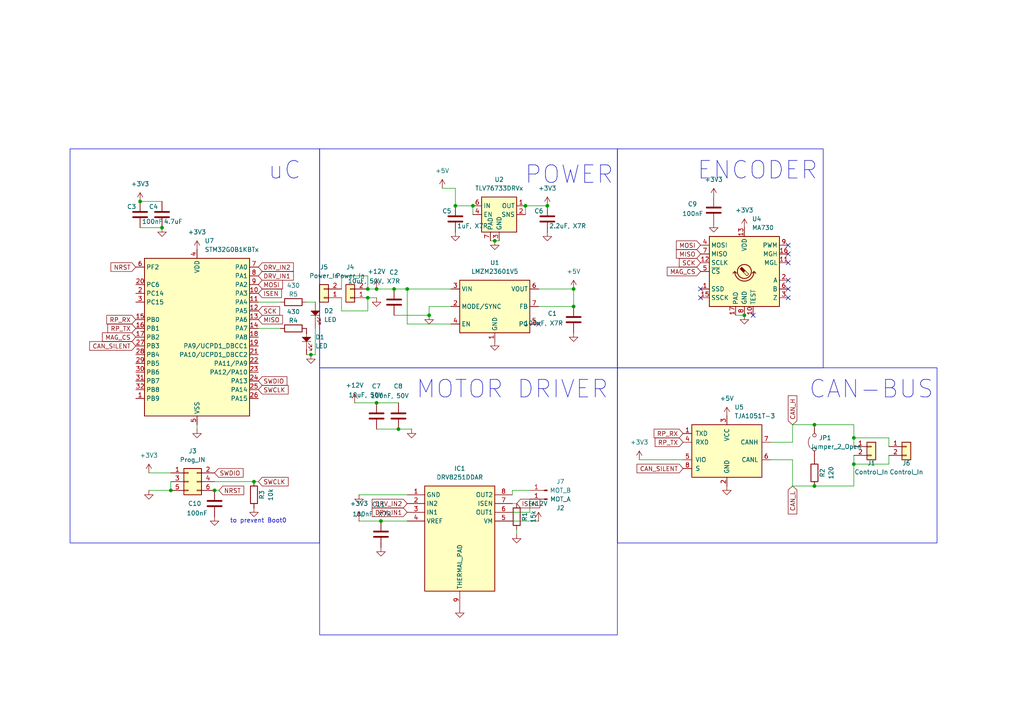
<source format=kicad_sch>
(kicad_sch (version 20231120) (generator "eeschema") (generator_version "8.0")
  (paper "A4")
  (lib_symbols
    (symbol "Connector:Conn_01x01_Pin" (pin_names (offset 1.016) hide)
      (property "Reference" "J" (at 0 2.54 0))
      (property "Value" "Conn_01x01_Pin" (at 0 -2.54 0))
      (symbol "Conn_01x01_Pin_1_1"
        (polyline (pts (xy 1.27 0) (xy 0.8636 0)) (stroke (width 0.1524)))
        (rectangle (start 0.8636 0.127) (end 0 -0.127) (stroke (width 0.1524)) (fill (type outline)))
        (pin passive line (at 5.08 0 180) (length 3.81) (name "Pin_1") (number "1"))
      )
    )
    (symbol "Connector_Generic:Conn_01x02" (pin_names (offset 1.016) hide)
      (property "Reference" "J" (at 0 2.54 0))
      (property "Value" "Conn_01x02" (at 0 -5.08 0))
      (symbol "Conn_01x02_1_1"
        (rectangle (start -1.27 -2.413) (end 0 -2.667) (stroke (width 0.1524)))
        (rectangle (start -1.27 0.127) (end 0 -0.127) (stroke (width 0.1524)))
        (rectangle (start -1.27 1.27) (end 1.27 -3.81) (stroke (width 0.254)) (fill (type background)))
        (pin passive line (at -5.08 0 0) (length 3.81) (name "Pin_1") (number "1"))
        (pin passive line (at -5.08 -2.54 0) (length 3.81) (name "Pin_2") (number "2"))
      )
    )
    (symbol "Connector_Generic:Conn_02x03_Odd_Even" (pin_names (offset 1.016) hide)
      (property "Reference" "J" (at 1.27 5.08 0))
      (property "Value" "Conn_02x03_Odd_Even" (at 1.27 -5.08 0))
      (symbol "Conn_02x03_Odd_Even_1_1"
        (rectangle (start -1.27 -2.413) (end 0 -2.667) (stroke (width 0.1524)))
        (rectangle (start -1.27 0.127) (end 0 -0.127) (stroke (width 0.1524)))
        (rectangle (start -1.27 2.667) (end 0 2.413) (stroke (width 0.1524)))
        (rectangle (start -1.27 3.81) (end 3.81 -3.81) (stroke (width 0.254)) (fill (type background)))
        (rectangle (start 3.81 -2.413) (end 2.54 -2.667) (stroke (width 0.1524)))
        (rectangle (start 3.81 0.127) (end 2.54 -0.127) (stroke (width 0.1524)))
        (rectangle (start 3.81 2.667) (end 2.54 2.413) (stroke (width 0.1524)))
        (pin passive line (at -5.08 2.54 0) (length 3.81) (name "Pin_1") (number "1"))
        (pin passive line (at 7.62 2.54 180) (length 3.81) (name "Pin_2") (number "2"))
        (pin passive line (at -5.08 0 0) (length 3.81) (name "Pin_3") (number "3"))
        (pin passive line (at 7.62 0 180) (length 3.81) (name "Pin_4") (number "4"))
        (pin passive line (at -5.08 -2.54 0) (length 3.81) (name "Pin_5") (number "5"))
        (pin passive line (at 7.62 -2.54 180) (length 3.81) (name "Pin_6") (number "6"))
      )
    )
    (symbol "Device:C" (pin_numbers hide) (pin_names (offset 0.254))
      (property "Reference" "C" (at 0.635 2.54 0))
      (property "Value" "C" (at 0.635 -2.54 0))
      (symbol "C_0_1"
        (polyline (pts (xy -2.032 -0.762) (xy 2.032 -0.762)) (stroke (width 0.508)))
        (polyline (pts (xy -2.032 0.762) (xy 2.032 0.762)) (stroke (width 0.508)))
      )
      (symbol "C_1_1"
        (pin passive line (at 0 3.81 270) (length 2.794) (name "~") (number "1"))
        (pin passive line (at 0 -3.81 90) (length 2.794) (name "~") (number "2"))
      )
    )
    (symbol "Device:R" (pin_numbers hide) (pin_names (offset 0))
      (property "Reference" "R" (at 2.032 0 90))
      (property "Value" "R" (at 0 0 90))
      (symbol "R_0_1"
        (rectangle (start -1.016 -2.54) (end 1.016 2.54) (stroke (width 0.254)))
      )
      (symbol "R_1_1"
        (pin passive line (at 0 3.81 270) (length 1.27) (name "~") (number "1"))
        (pin passive line (at 0 -3.81 90) (length 1.27) (name "~") (number "2"))
      )
    )
    (symbol "Interface_CAN_LIN:TJA1051T-3" (pin_names (offset 1.016))
      (property "Reference" "U" (at -10.16 8.89 0))
      (property "Value" "TJA1051T-3" (at 1.27 8.89 0))
      (symbol "TJA1051T-3_0_1"
        (rectangle (start -10.16 7.62) (end 10.16 -7.62) (stroke (width 0.254)) (fill (type background)))
      )
      (symbol "TJA1051T-3_1_1"
        (pin input line (at -12.7 5.08 0) (length 2.54) (name "TXD") (number "1"))
        (pin power_in line (at 0 -10.16 90) (length 2.54) (name "GND") (number "2"))
        (pin power_in line (at 0 10.16 270) (length 2.54) (name "VCC") (number "3"))
        (pin output line (at -12.7 2.54 0) (length 2.54) (name "RXD") (number "4"))
        (pin power_in line (at -12.7 -2.54 0) (length 2.54) (name "VIO") (number "5"))
        (pin bidirectional line (at 12.7 -2.54 180) (length 2.54) (name "CANL") (number "6"))
        (pin bidirectional line (at 12.7 2.54 180) (length 2.54) (name "CANH") (number "7"))
        (pin input line (at -12.7 -5.08 0) (length 2.54) (name "S") (number "8"))
      )
    )
    (symbol "Jumper:Jumper_2_Open" (pin_numbers hide) (pin_names (offset 0) hide) (exclude_from_sim yes)
      (property "Reference" "JP" (at 0 2.794 0))
      (property "Value" "Jumper_2_Open" (at 0 -2.286 0))
      (symbol "Jumper_2_Open_0_0"
        (circle (center -2.032 0) (radius 0.508))
        (circle (center 2.032 0) (radius 0.508))
      )
      (symbol "Jumper_2_Open_0_1"
        (arc (start 1.524 1.27) (mid 0 1.778) (end -1.524 1.27))
      )
      (symbol "Jumper_2_Open_1_1"
        (pin passive line (at -5.08 0 0) (length 2.54) (name "A") (number "1"))
        (pin passive line (at 5.08 0 180) (length 2.54) (name "B") (number "2"))
      )
    )
    (symbol "MCU_ST_STM32G0:STM32G0B1KBTx"
      (property "Reference" "U" (at -15.24 24.13 0))
      (property "Value" "STM32G0B1KBTx" (at 2.54 24.13 0))
      (symbol "STM32G0B1KBTx_0_1"
        (rectangle (start -15.24 -22.86) (end 15.24 22.86) (stroke (width 0.254)) (fill (type background)))
      )
      (symbol "STM32G0B1KBTx_1_1"
        (pin bidirectional line (at -17.78 -17.78 0) (length 2.54) (name "PB9") (number "1"))
        (pin bidirectional line (at 17.78 12.7 180) (length 2.54) (name "PA3") (number "10"))
        (pin bidirectional line (at 17.78 10.16 180) (length 2.54) (name "PA4") (number "11"))
        (pin bidirectional line (at 17.78 7.62 180) (length 2.54) (name "PA5") (number "12"))
        (pin bidirectional line (at 17.78 5.08 180) (length 2.54) (name "PA6") (number "13"))
        (pin bidirectional line (at 17.78 2.54 180) (length 2.54) (name "PA7") (number "14"))
        (pin bidirectional line (at -17.78 5.08 0) (length 2.54) (name "PB0") (number "15"))
        (pin bidirectional line (at -17.78 2.54 0) (length 2.54) (name "PB1") (number "16"))
        (pin bidirectional line (at -17.78 0 0) (length 2.54) (name "PB2") (number "17"))
        (pin bidirectional line (at 17.78 0 180) (length 2.54) (name "PA8") (number "18"))
        (pin bidirectional line (at 17.78 -2.54 180) (length 2.54) (name "PA9/UCPD1_DBCC1") (number "19"))
        (pin bidirectional line (at -17.78 12.7 0) (length 2.54) (name "PC14") (number "2"))
        (pin bidirectional line (at -17.78 15.24 0) (length 2.54) (name "PC6") (number "20"))
        (pin bidirectional line (at 17.78 -5.08 180) (length 2.54) (name "PA10/UCPD1_DBCC2") (number "21"))
        (pin bidirectional line (at 17.78 -7.62 180) (length 2.54) (name "PA11/PA9") (number "22"))
        (pin bidirectional line (at 17.78 -10.16 180) (length 2.54) (name "PA12/PA10") (number "23"))
        (pin bidirectional line (at 17.78 -12.7 180) (length 2.54) (name "PA13") (number "24"))
        (pin bidirectional line (at 17.78 -15.24 180) (length 2.54) (name "PA14") (number "25"))
        (pin bidirectional line (at 17.78 -17.78 180) (length 2.54) (name "PA15") (number "26"))
        (pin bidirectional line (at -17.78 -2.54 0) (length 2.54) (name "PB3") (number "27"))
        (pin bidirectional line (at -17.78 -5.08 0) (length 2.54) (name "PB4") (number "28"))
        (pin bidirectional line (at -17.78 -7.62 0) (length 2.54) (name "PB5") (number "29"))
        (pin bidirectional line (at -17.78 10.16 0) (length 2.54) (name "PC15") (number "3"))
        (pin bidirectional line (at -17.78 -10.16 0) (length 2.54) (name "PB6") (number "30"))
        (pin bidirectional line (at -17.78 -12.7 0) (length 2.54) (name "PB7") (number "31"))
        (pin bidirectional line (at -17.78 -15.24 0) (length 2.54) (name "PB8") (number "32"))
        (pin power_in line (at 0 25.4 270) (length 2.54) (name "VDD") (number "4"))
        (pin power_in line (at 0 -25.4 90) (length 2.54) (name "VSS") (number "5"))
        (pin bidirectional line (at -17.78 20.32 0) (length 2.54) (name "PF2") (number "6"))
        (pin bidirectional line (at 17.78 20.32 180) (length 2.54) (name "PA0") (number "7"))
        (pin bidirectional line (at 17.78 17.78 180) (length 2.54) (name "PA1") (number "8"))
        (pin bidirectional line (at 17.78 15.24 180) (length 2.54) (name "PA2") (number "9"))
      )
    )
    (symbol "PCM_SL_Devices:LED"
      (property "Reference" "D" (at -0.508 5.334 0))
      (property "Value" "LED" (at -0.508 2.794 0))
      (symbol "LED_0_1"
        (polyline (pts (xy -1.27 0) (xy -2.54 0)))
        (polyline (pts (xy 0 1.27) (xy 0 -1.27)))
        (polyline (pts (xy 0.508 0.508) (xy 1.524 1.524)))
        (polyline (pts (xy 1.27 0) (xy 2.54 0)))
        (polyline (pts (xy 1.524 0.508) (xy 2.54 1.524)))
        (polyline (pts (xy 1.524 1.524) (xy 0.889 1.524)))
        (polyline (pts (xy 1.524 1.524) (xy 1.524 0.889)))
        (polyline (pts (xy 2.54 1.524) (xy 1.905 1.524)))
        (polyline (pts (xy 2.54 1.524) (xy 2.54 0.889)))
        (polyline (pts (xy 0 0) (xy -1.27 -1.27) (xy -1.27 1.27) (xy 0 0) (xy 1.27 0)) (fill (type outline)))
      )
      (symbol "LED_1_1"
        (pin passive line (at 3.81 0 180) (length 1.5) (name "~") (number "1"))
        (pin passive line (at -3.81 0 0) (length 1.5) (name "") (number "2"))
      )
    )
    (symbol "Regulator_Linear:TLV76733DRVx"
      (property "Reference" "U" (at 0 8.89 0))
      (property "Value" "TLV76733DRVx" (at 0 6.35 0))
      (symbol "TLV76733DRVx_0_1"
        (rectangle (start -5.08 -5.08) (end 5.08 5.08) (stroke (width 0.254)) (fill (type background)))
      )
      (symbol "TLV76733DRVx_1_1"
        (pin power_out line (at 7.62 2.54 180) (length 2.54) (name "OUT") (number "1"))
        (pin input line (at 7.62 0 180) (length 2.54) (name "SNS") (number "2"))
        (pin power_in line (at 0 -7.62 90) (length 2.54) (name "GND") (number "3"))
        (pin input line (at -7.62 0 0) (length 2.54) (name "EN") (number "4"))
        (pin passive line (at 0 -7.62 90) (length 2.54) hide (name "GND") (number "5"))
        (pin power_in line (at -7.62 2.54 0) (length 2.54) (name "IN") (number "6"))
        (pin passive line (at -2.54 -7.62 90) (length 2.54) (name "PAD") (number "7"))
      )
    )
    (symbol "Regulator_Switching:LMZM23601V5"
      (property "Reference" "U" (at -8.89 8.89 0))
      (property "Value" "LMZM23601V5" (at 6.35 8.89 0))
      (symbol "LMZM23601V5_0_1"
        (rectangle (start -10.16 7.62) (end 10.16 -7.62) (stroke (width 0.254)) (fill (type background)))
      )
      (symbol "LMZM23601V5_1_1"
        (pin power_in line (at 0 -10.16 90) (length 2.54) (name "GND") (number "1"))
        (pin no_connect line (at -2.54 -7.62 90) (length 2.54) hide (name "~") (number "10"))
        (pin passive line (at 0 -10.16 90) (length 2.54) hide (name "GND") (number "11"))
        (pin input line (at -12.7 0 0) (length 2.54) (name "MODE/SYNC") (number "2"))
        (pin power_in line (at -12.7 5.08 0) (length 2.54) (name "VIN") (number "3"))
        (pin input line (at -12.7 -5.08 0) (length 2.54) (name "EN") (number "4"))
        (pin open_collector line (at 12.7 -5.08 180) (length 2.54) (name "PG") (number "5"))
        (pin power_out line (at 12.7 5.08 180) (length 2.54) (name "VOUT") (number "6"))
        (pin input line (at 12.7 0 180) (length 2.54) (name "FB") (number "7"))
        (pin no_connect line (at 5.08 -7.62 90) (length 2.54) hide (name "~") (number "8"))
        (pin no_connect line (at 2.54 -7.62 90) (length 2.54) hide (name "~") (number "9"))
      )
    )
    (symbol "Sensor_Magnetic:MA730"
      (property "Reference" "U" (at -10.16 11.43 0))
      (property "Value" "MA730" (at 10.16 11.43 0))
      (symbol "MA730_0_1"
        (rectangle (start -10.16 10.16) (end 10.16 -10.16) (stroke (width 0.254)) (fill (type background)))
        (arc (start -2.794 0) (mid 0 -2.7819) (end 2.794 0) (stroke (width 0.254)))
        (polyline (pts (xy -2.794 0) (xy -3.302 -0.508)) (stroke (width 0.254)))
        (polyline (pts (xy -2.794 0) (xy -2.286 -0.508)) (stroke (width 0.254)))
        (polyline (pts (xy 2.794 0) (xy 2.286 -0.508)) (stroke (width 0.254)))
        (polyline (pts (xy 2.794 0) (xy 3.302 -0.508)) (stroke (width 0.254)))
      )
      (symbol "MA730_1_1"
        (polyline (pts (xy 0.254 0.254) (xy 1.27 -0.762) (xy 0.762 -1.27) (xy -0.254 -0.254)))
        (polyline (pts (xy -0.762 1.27) (xy 0.254 0.254) (xy -0.254 -0.254) (xy -1.27 0.762) (xy -1.016 1.016) (xy -0.762 1.27) (xy -0.635 1.143)) (fill (type outline)))
        (circle (center 0 0) (radius 2.032) (stroke (width 0.254)))
        (pin output line (at -12.7 -5.08 0) (length 2.54) (name "SSD") (number "1"))
        (pin passive line (at 2.54 -12.7 90) (length 2.54) (name "TEST") (number "10"))
        (pin output line (at 12.7 2.54 180) (length 2.54) (name "MGL") (number "11"))
        (pin input line (at -12.7 2.54 0) (length 2.54) (name "SCLK") (number "12"))
        (pin power_in line (at 0 12.7 270) (length 2.54) (name "VDD") (number "13"))
        (pin no_connect line (at 5.08 -10.16 90) (length 2.54) hide (name "NC") (number "14"))
        (pin input line (at -12.7 -7.62 0) (length 2.54) (name "SSCK") (number "15"))
        (pin output line (at 12.7 5.08 180) (length 2.54) (name "MGH") (number "16"))
        (pin input line (at -2.54 -12.7 90) (length 2.54) (name "PAD") (number "17"))
        (pin output line (at 12.7 -2.54 180) (length 2.54) (name "A") (number "2"))
        (pin output line (at 12.7 -7.62 180) (length 2.54) (name "Z") (number "3"))
        (pin input line (at -12.7 7.62 0) (length 2.54) (name "MOSI") (number "4"))
        (pin input line (at -12.7 0 0) (length 2.54) (name "~{CS}") (number "5"))
        (pin output line (at 12.7 -5.08 180) (length 2.54) (name "B") (number "6"))
        (pin output line (at -12.7 5.08 0) (length 2.54) (name "MISO") (number "7"))
        (pin power_in line (at 0 -12.7 90) (length 2.54) (name "GND") (number "8"))
        (pin output line (at 12.7 7.62 180) (length 2.54) (name "PWM") (number "9"))
      )
    )
    (symbol "_Custom:DRV8251DDAR"
      (property "Reference" "IC" (at 26.67 7.62 0))
      (property "Value" "DRV8251DDAR" (at 26.67 5.08 0))
      (symbol "DRV8251DDAR_1_1"
        (rectangle (start 5.08 2.54) (end 25.4 -27.94) (stroke (width 0.254)) (fill (type background)))
        (pin passive line (at 0 0 0) (length 5.08) (name "GND") (number "1"))
        (pin passive line (at 0 -2.54 0) (length 5.08) (name "IN2") (number "2"))
        (pin passive line (at 0 -5.08 0) (length 5.08) (name "IN1") (number "3"))
        (pin passive line (at 0 -7.62 0) (length 5.08) (name "VREF") (number "4"))
        (pin passive line (at 30.48 -7.62 180) (length 5.08) (name "VM") (number "5"))
        (pin passive line (at 30.48 -5.08 180) (length 5.08) (name "OUT1") (number "6"))
        (pin passive line (at 30.48 -2.54 180) (length 5.08) (name "ISEN") (number "7"))
        (pin passive line (at 30.48 0 180) (length 5.08) (name "OUT2") (number "8"))
        (pin passive line (at 15.24 -33.02 90) (length 5.08) (name "THERMAL_PAD") (number "9"))
      )
    )
    (symbol "power:+12V" (power) (pin_numbers hide) (pin_names (offset 0) hide)
      (property "Value" "+12V" (at 0 3.556 0))
      (symbol "+12V_0_1"
        (polyline (pts (xy -0.762 1.27) (xy 0 2.54)))
        (polyline (pts (xy 0 0) (xy 0 2.54)))
        (polyline (pts (xy 0 2.54) (xy 0.762 1.27)))
      )
      (symbol "+12V_1_1"
        (pin power_in line (at 0 0 90) (length 0) (name "~") (number "1"))
      )
    )
    (symbol "power:+3V3" (power) (pin_numbers hide) (pin_names (offset 0) hide)
      (property "Value" "+3V3" (at 0 3.556 0))
      (symbol "+3V3_0_1"
        (polyline (pts (xy -0.762 1.27) (xy 0 2.54)))
        (polyline (pts (xy 0 0) (xy 0 2.54)))
        (polyline (pts (xy 0 2.54) (xy 0.762 1.27)))
      )
      (symbol "+3V3_1_1"
        (pin power_in line (at 0 0 90) (length 0) (name "~") (number "1"))
      )
    )
    (symbol "power:+5V" (power) (pin_numbers hide) (pin_names (offset 0) hide)
      (property "Value" "+5V" (at 0 3.556 0))
      (symbol "+5V_0_1"
        (polyline (pts (xy -0.762 1.27) (xy 0 2.54)))
        (polyline (pts (xy 0 0) (xy 0 2.54)))
        (polyline (pts (xy 0 2.54) (xy 0.762 1.27)))
      )
      (symbol "+5V_1_1"
        (pin power_in line (at 0 0 90) (length 0) (name "~") (number "1"))
      )
    )
    (symbol "power:GND" (power) (pin_numbers hide) (pin_names (offset 0) hide)
      (property "Value" "GND" (at 0 -3.81 0))
      (symbol "GND_0_1"
        (polyline (pts (xy 0 0) (xy 0 -1.27) (xy 1.27 -1.27) (xy 0 -2.54) (xy -1.27 -1.27) (xy 0 -1.27)))
      )
      (symbol "GND_1_1"
        (pin power_in line (at 0 0 270) (length 0) (name "~") (number "1"))
      )
    )
  )
  (junction (at 215.9 91.44))
  (junction (at 109.22 116.84))
  (junction (at 114.3 83.82))
  (junction (at 115.57 124.46))
  (junction (at 62.23 142.24))
  (junction (at 143.51 69.85))
  (junction (at 109.22 83.82))
  (junction (at 152.4 59.69))
  (junction (at 106.68 83.82))
  (junction (at 137.16 59.69))
  (junction (at 73.66 139.7))
  (junction (at 236.22 140.97))
  (junction (at 247.65 127))
  (junction (at 247.65 134.62))
  (junction (at 46.99 66.04))
  (junction (at 106.68 86.36))
  (junction (at 110.49 151.13))
  (junction (at 236.22 123.19))
  (junction (at 132.08 59.69))
  (junction (at 124.46 91.44))
  (junction (at 166.37 88.9))
  (junction (at 118.11 83.82))
  (junction (at 90.17 102.87))
  (junction (at 49.53 142.24))
  (junction (at 166.37 83.82))
  (junction (at 40.64 58.42))
  (junction (at 158.75 59.69))
  (no_connect (at 156.21 93.98))
  (no_connect (at 203.2 86.36))
  (no_connect (at 228.6 81.28))
  (no_connect (at 228.6 71.12))
  (no_connect (at 203.2 83.82))
  (no_connect (at 228.6 73.66))
  (no_connect (at 228.6 86.36))
  (no_connect (at 228.6 83.82))
  (no_connect (at 218.44 91.44))
  (no_connect (at 228.6 76.2))
  (wire (pts (xy 152.4 59.69) (xy 152.4 62.23)))
  (wire (pts (xy 106.68 83.82) (xy 109.22 83.82)))
  (wire (pts (xy 143.51 69.85) (xy 142.24 69.85)))
  (wire (pts (xy 57.15 123.19) (xy 57.15 124.46)))
  (wire (pts (xy 257.81 132.08) (xy 257.81 134.62)))
  (wire (pts (xy 223.52 128.27) (xy 229.87 128.27)))
  (wire (pts (xy 132.08 54.61) (xy 132.08 59.69)))
  (wire (pts (xy 137.16 59.69) (xy 137.16 62.23)))
  (wire (pts (xy 247.65 134.62) (xy 247.65 132.08)))
  (wire (pts (xy 247.65 123.19) (xy 247.65 127)))
  (wire (pts (xy 99.06 86.36) (xy 99.06 90.17)))
  (wire (pts (xy 114.3 83.82) (xy 118.11 83.82)))
  (wire (pts (xy 144.78 69.85) (xy 143.51 69.85)))
  (wire (pts (xy 153.67 148.59) (xy 153.67 144.78)))
  (wire (pts (xy 148.59 142.24) (xy 148.59 143.51)))
  (wire (pts (xy 88.9 87.63) (xy 91.44 87.63)))
  (wire (pts (xy 102.87 116.84) (xy 109.22 116.84)))
  (wire (pts (xy 236.22 123.19) (xy 229.87 123.19)))
  (wire (pts (xy 236.22 140.97) (xy 229.87 140.97)))
  (wire (pts (xy 104.14 151.13) (xy 110.49 151.13)))
  (wire (pts (xy 124.46 88.9) (xy 130.81 88.9)))
  (wire (pts (xy 247.65 127) (xy 247.65 129.54)))
  (wire (pts (xy 49.53 142.24) (xy 49.53 139.7)))
  (wire (pts (xy 118.11 93.98) (xy 130.81 93.98)))
  (wire (pts (xy 40.64 66.04) (xy 46.99 66.04)))
  (wire (pts (xy 166.37 83.82) (xy 156.21 83.82)))
  (wire (pts (xy 149.86 146.05) (xy 148.59 146.05)))
  (wire (pts (xy 257.81 129.54) (xy 257.81 127)))
  (wire (pts (xy 91.44 95.25) (xy 91.44 102.87)))
  (wire (pts (xy 153.67 142.24) (xy 148.59 142.24)))
  (wire (pts (xy 43.18 137.16) (xy 49.53 137.16)))
  (wire (pts (xy 156.21 88.9) (xy 166.37 88.9)))
  (wire (pts (xy 137.16 59.69) (xy 132.08 59.69)))
  (wire (pts (xy 63.5 142.24) (xy 62.23 142.24)))
  (wire (pts (xy 73.66 139.7) (xy 62.23 139.7)))
  (wire (pts (xy 110.49 151.13) (xy 118.11 151.13)))
  (wire (pts (xy 149.86 153.67) (xy 149.86 154.94)))
  (wire (pts (xy 106.68 86.36) (xy 109.22 86.36)))
  (wire (pts (xy 247.65 134.62) (xy 257.81 134.62)))
  (wire (pts (xy 247.65 140.97) (xy 247.65 134.62)))
  (wire (pts (xy 88.9 102.87) (xy 90.17 102.87)))
  (wire (pts (xy 106.68 80.01) (xy 106.68 83.82)))
  (wire (pts (xy 109.22 83.82) (xy 114.3 83.82)))
  (wire (pts (xy 128.27 54.61) (xy 132.08 54.61)))
  (wire (pts (xy 99.06 90.17) (xy 106.68 90.17)))
  (wire (pts (xy 223.52 133.35) (xy 229.87 133.35)))
  (wire (pts (xy 81.28 95.25) (xy 74.93 95.25)))
  (wire (pts (xy 185.42 133.35) (xy 198.12 133.35)))
  (wire (pts (xy 152.4 59.69) (xy 158.75 59.69)))
  (wire (pts (xy 236.22 123.19) (xy 247.65 123.19)))
  (wire (pts (xy 114.3 91.44) (xy 124.46 91.44)))
  (wire (pts (xy 106.68 90.17) (xy 106.68 86.36)))
  (wire (pts (xy 247.65 127) (xy 257.81 127)))
  (wire (pts (xy 124.46 91.44) (xy 124.46 88.9)))
  (wire (pts (xy 40.64 58.42) (xy 46.99 58.42)))
  (wire (pts (xy 81.28 87.63) (xy 74.93 87.63)))
  (wire (pts (xy 115.57 116.84) (xy 109.22 116.84)))
  (wire (pts (xy 166.37 88.9) (xy 166.37 83.82)))
  (wire (pts (xy 229.87 133.35) (xy 229.87 140.97)))
  (wire (pts (xy 119.38 124.46) (xy 115.57 124.46)))
  (wire (pts (xy 74.93 139.7) (xy 73.66 139.7)))
  (wire (pts (xy 118.11 83.82) (xy 118.11 93.98)))
  (wire (pts (xy 148.59 148.59) (xy 153.67 148.59)))
  (wire (pts (xy 104.14 143.51) (xy 118.11 143.51)))
  (wire (pts (xy 213.36 91.44) (xy 215.9 91.44)))
  (wire (pts (xy 91.44 102.87) (xy 90.17 102.87)))
  (wire (pts (xy 229.87 128.27) (xy 229.87 123.19)))
  (wire (pts (xy 118.11 83.82) (xy 130.81 83.82)))
  (wire (pts (xy 156.21 151.13) (xy 148.59 151.13)))
  (wire (pts (xy 236.22 140.97) (xy 247.65 140.97)))
  (wire (pts (xy 99.06 83.82) (xy 99.06 80.01)))
  (wire (pts (xy 115.57 124.46) (xy 109.22 124.46)))
  (wire (pts (xy 99.06 80.01) (xy 106.68 80.01)))
  (wire (pts (xy 43.18 142.24) (xy 49.53 142.24)))
  (rectangle (start 92.71 43.18) (end 179.07 106.68))
  (rectangle (start 179.07 43.18) (end 238.76 106.68))
  (rectangle (start 92.71 106.68) (end 179.07 184.15))
  (rectangle (start 20.32 43.18) (end 92.71 157.48))
  (rectangle (start 179.07 106.68) (end 271.78 157.48))
  (text "CAN-BUS" (at 252.73 113.03 0) (effects (font (size 5.08 5.08))))
  (text "to prevent Boot0" (at 74.93 151.13 0) (effects (font (size 1.27 1.27))))
  (text "POWER" (at 165.1 50.8 0) (effects (font (size 5.08 5.08))))
  (text "uC" (at 82.55 49.53 0) (effects (font (size 5.08 5.08))))
  (text "ENCODER" (at 219.71 49.53 0) (effects (font (size 5.08 5.08))))
  (text "MOTOR DRIVER\n" (at 148.59 113.03 0) (effects (font (size 5.08 5.08))))
  (global_label "DRV_IN1" (shape input) (at 118.11 148.59 180) (property "Intersheetrefs" "${INTERSHEET_REFS}" (effects (hide yes))))
  (global_label "MISO" (shape input) (at 203.2 73.66 180) (property "Intersheetrefs" "${INTERSHEET_REFS}" (effects (hide yes))))
  (global_label "CAN_SILENT" (shape input) (at 198.12 135.89 180) (property "Intersheetrefs" "${INTERSHEET_REFS}" (effects (hide yes))))
  (global_label "SWDIO" (shape input) (at 74.93 110.49 0) (property "Intersheetrefs" "${INTERSHEET_REFS}" (effects (hide yes))))
  (global_label "MAG_CS" (shape input) (at 39.37 97.79 180) (property "Intersheetrefs" "${INTERSHEET_REFS}" (effects (hide yes))))
  (global_label "DRV_IN2" (shape input) (at 118.11 146.05 180) (property "Intersheetrefs" "${INTERSHEET_REFS}" (effects (hide yes))))
  (global_label "MAG_CS" (shape input) (at 203.2 78.74 180) (property "Intersheetrefs" "${INTERSHEET_REFS}" (effects (hide yes))))
  (global_label "ISEN" (shape input) (at 149.86 146.05 0) (property "Intersheetrefs" "${INTERSHEET_REFS}" (effects (hide yes))))
  (global_label "SCK" (shape input) (at 203.2 76.2 180) (property "Intersheetrefs" "${INTERSHEET_REFS}" (effects (hide yes))))
  (global_label "RP_RX" (shape input) (at 198.12 125.73 180) (property "Intersheetrefs" "${INTERSHEET_REFS}" (effects (hide yes))))
  (global_label "DRV_IN1" (shape input) (at 74.93 80.01 0) (property "Intersheetrefs" "${INTERSHEET_REFS}" (effects (hide yes))))
  (global_label "SWCLK" (shape input) (at 74.93 113.03 0) (property "Intersheetrefs" "${INTERSHEET_REFS}" (effects (hide yes))))
  (global_label "DRV_IN2" (shape input) (at 74.93 77.47 0) (property "Intersheetrefs" "${INTERSHEET_REFS}" (effects (hide yes))))
  (global_label "RP_RX" (shape input) (at 39.37 92.71 180) (property "Intersheetrefs" "${INTERSHEET_REFS}" (effects (hide yes))))
  (global_label "CAN_H" (shape input) (at 229.87 123.19 90) (property "Intersheetrefs" "${INTERSHEET_REFS}" (effects (hide yes))))
  (global_label "MISO" (shape input) (at 74.93 92.71 0) (property "Intersheetrefs" "${INTERSHEET_REFS}" (effects (hide yes))))
  (global_label "RP_TX" (shape input) (at 39.37 95.25 180) (property "Intersheetrefs" "${INTERSHEET_REFS}" (effects (hide yes))))
  (global_label "SWCLK" (shape input) (at 74.93 139.7 0) (property "Intersheetrefs" "${INTERSHEET_REFS}" (effects (hide yes))))
  (global_label "CAN_SILENT" (shape input) (at 39.37 100.33 180) (property "Intersheetrefs" "${INTERSHEET_REFS}" (effects (hide yes))))
  (global_label "SCK" (shape input) (at 74.93 90.17 0) (property "Intersheetrefs" "${INTERSHEET_REFS}" (effects (hide yes))))
  (global_label "ISEN" (shape input) (at 74.93 85.09 0) (property "Intersheetrefs" "${INTERSHEET_REFS}" (effects (hide yes))))
  (global_label "MOSI" (shape input) (at 203.2 71.12 180) (property "Intersheetrefs" "${INTERSHEET_REFS}" (effects (hide yes))))
  (global_label "CAN_L" (shape input) (at 229.87 140.97 270) (property "Intersheetrefs" "${INTERSHEET_REFS}" (effects (hide yes))))
  (global_label "MOSI" (shape input) (at 74.93 82.55 0) (property "Intersheetrefs" "${INTERSHEET_REFS}" (effects (hide yes))))
  (global_label "SWDIO" (shape input) (at 62.23 137.16 0) (property "Intersheetrefs" "${INTERSHEET_REFS}" (effects (hide yes))))
  (global_label "NRST" (shape input) (at 63.5 142.24 0) (property "Intersheetrefs" "${INTERSHEET_REFS}" (effects (hide yes))))
  (global_label "RP_TX" (shape input) (at 198.12 128.27 180) (property "Intersheetrefs" "${INTERSHEET_REFS}" (effects (hide yes))))
  (global_label "NRST" (shape input) (at 39.37 77.47 180) (property "Intersheetrefs" "${INTERSHEET_REFS}" (effects (hide yes))))
  (symbol (lib_id "power:+3V3") (at 40.64 58.42 0) (unit 1)
    (property "Reference" "#PWR03" (effects (hide yes)))
    (property "Value" "+3V3" (at 40.64 53.34 0))
    (property "Description" "Power symbol creates a global label with name \"+3V3\"" (effects (hide yes)))
  )
  (symbol (lib_id "power:GND") (at 119.38 124.46 0) (unit 1)
    (property "Reference" "#PWR016" (effects (hide yes)))
    (property "Value" "GND" (effects (hide yes)))
    (property "Description" "Power symbol creates a global label with name \"GND\" , ground" (effects (hide yes)))
  )
  (symbol (lib_id "power:+5V") (at 166.37 83.82 0) (unit 1)
    (property "Reference" "#PWR02" (effects (hide yes)))
    (property "Value" "+5V" (at 166.37 78.74 0))
    (property "Description" "Power symbol creates a global label with name \"+5V\"" (effects (hide yes)))
  )
  (symbol (lib_id "power:GND") (at 132.08 67.31 0) (unit 1)
    (property "Reference" "#PWR09" (effects (hide yes)))
    (property "Value" "GND" (effects (hide yes)))
    (property "Description" "Power symbol creates a global label with name \"GND\" , ground" (effects (hide yes)))
  )
  (symbol (lib_id "Device:C") (at 110.49 154.94 180) (unit 1)
    (property "Reference" "C11" (at 111.76 146.304 0) (effects (justify left)))
    (property "Value" "100nF, X7R" (at 113.538 149.098 0) (effects (justify left)))
    (property "Footprint" "Capacitor_SMD:C_0603_1608Metric" (effects (hide yes)))
    (property "Description" "Unpolarized capacitor" (effects (hide yes)))
  )
  (symbol (lib_id "Device:C") (at 46.99 62.23 0) (unit 1)
    (property "Reference" "C4" (at 43.18 59.944 0) (effects (justify left)))
    (property "Value" "4.7uF" (at 47.498 64.262 0) (effects (justify left)))
    (property "Footprint" "Capacitor_SMD:C_0402_1005Metric" (effects (hide yes)))
    (property "Description" "Unpolarized capacitor" (effects (hide yes)))
  )
  (symbol (lib_id "power:+5V") (at 128.27 54.61 0) (unit 1)
    (property "Reference" "#PWR026" (effects (hide yes)))
    (property "Value" "+5V" (at 128.27 49.53 0))
    (property "Description" "Power symbol creates a global label with name \"+5V\"" (effects (hide yes)))
  )
  (symbol (lib_id "Connector_Generic:Conn_02x03_Odd_Even") (at 54.61 139.7 0) (unit 1)
    (property "Reference" "J3" (at 55.88 130.81 0))
    (property "Value" "Prog_IN" (at 55.88 133.35 0))
    (property "Footprint" "Connector_PinHeader_1.27mm:PinHeader_2x03_P1.27mm_Vertical" (effects (hide yes)))
    (property "Description" "Generic connector, double row, 02x03, odd/even pin numbering scheme (row 1 odd numbers, row 2 even numbers), script generated (kicad-library-utils/schlib/autogen/connector/)" (effects (hide yes)))
  )
  (symbol (lib_id "power:GND") (at 110.49 158.75 0) (unit 1)
    (property "Reference" "#PWR034" (effects (hide yes)))
    (property "Value" "GND" (effects (hide yes)))
    (property "Description" "Power symbol creates a global label with name \"GND\" , ground" (effects (hide yes)))
  )
  (symbol (lib_id "power:+3V3") (at 43.18 137.16 0) (unit 1)
    (property "Reference" "#PWR025" (effects (hide yes)))
    (property "Value" "+3V3" (at 43.18 132.08 0))
    (property "Description" "Power symbol creates a global label with name \"+3V3\"" (effects (hide yes)))
  )
  (symbol (lib_id "power:+3V3") (at 158.75 59.69 0) (unit 1)
    (property "Reference" "#PWR011" (effects (hide yes)))
    (property "Value" "+3V3" (at 158.75 54.61 0))
    (property "Description" "Power symbol creates a global label with name \"+3V3\"" (effects (hide yes)))
  )
  (symbol (lib_id "Device:R") (at 236.22 137.16 0) (mirror y) (unit 1)
    (property "Reference" "R2" (at 238.506 137.16 90))
    (property "Value" "120" (at 241.046 137.16 90))
    (property "Footprint" "Capacitor_SMD:C_0402_1005Metric" (effects (hide yes)))
    (property "Description" "Resistor" (effects (hide yes)))
  )
  (symbol (lib_id "Connector:Conn_01x01_Pin") (at 158.75 144.78 180) (unit 1)
    (property "Reference" "J2" (at 162.56 147.32 0))
    (property "Value" "MOT_A" (at 162.56 144.78 0))
    (property "Footprint" "Connector_Wire:SolderWire-1sqmm_1x01_D1.4mm_OD2.7mm" (effects (hide yes)))
    (property "Description" "Generic connector, single row, 01x01, script generated" (effects (hide yes)))
  )
  (symbol (lib_id "power:+3V3") (at 57.15 72.39 0) (unit 1)
    (property "Reference" "#PWR031" (effects (hide yes)))
    (property "Value" "+3V3" (at 57.15 67.31 0))
    (property "Description" "Power symbol creates a global label with name \"+3V3\"" (effects (hide yes)))
  )
  (symbol (lib_id "Connector_Generic:Conn_01x02") (at 262.89 129.54 0) (unit 1)
    (property "Reference" "J6" (at 262.89 134.366 0))
    (property "Value" "Control_In" (at 262.89 136.906 0))
    (property "Footprint" "Connector_JST:JST_XH_B2B-XH-A_1x02_P2.50mm_Vertical" (effects (hide yes)))
    (property "Description" "Generic connector, single row, 01x02, script generated (kicad-library-utils/schlib/autogen/connector/)" (effects (hide yes)))
  )
  (symbol (lib_id "power:GND") (at 46.99 66.04 0) (unit 1)
    (property "Reference" "#PWR04" (effects (hide yes)))
    (property "Value" "GND" (effects (hide yes)))
    (property "Description" "Power symbol creates a global label with name \"GND\" , ground" (effects (hide yes)))
  )
  (symbol (lib_id "power:GND") (at 109.22 86.36 0) (unit 1)
    (property "Reference" "#PWR07" (effects (hide yes)))
    (property "Value" "GND" (effects (hide yes)))
    (property "Description" "Power symbol creates a global label with name \"GND\" , ground" (effects (hide yes)))
  )
  (symbol (lib_id "power:GND") (at 73.66 147.32 0) (unit 1)
    (property "Reference" "#PWR01" (effects (hide yes)))
    (property "Value" "GND" (effects (hide yes)))
    (property "Description" "Power symbol creates a global label with name \"GND\" , ground" (effects (hide yes)))
  )
  (symbol (lib_id "power:GND") (at 143.51 69.85 0) (unit 1)
    (property "Reference" "#PWR010" (effects (hide yes)))
    (property "Value" "GND" (effects (hide yes)))
    (property "Description" "Power symbol creates a global label with name \"GND\" , ground" (effects (hide yes)))
  )
  (symbol (lib_id "Connector_Generic:Conn_01x02") (at 93.98 86.36 180) (unit 1)
    (property "Reference" "J5" (at 93.98 77.47 0))
    (property "Value" "Power_In" (at 93.98 80.01 0))
    (property "Footprint" "Connector_AMASS:AMASS_XT30UPB-M_1x02_P5.0mm_Vertical" (effects (hide yes)))
    (property "Description" "Generic connector, single row, 01x02, script generated (kicad-library-utils/schlib/autogen/connector/)" (effects (hide yes)))
  )
  (symbol (lib_id "power:+3V3") (at 215.9 66.04 0) (unit 1)
    (property "Reference" "#PWR019" (effects (hide yes)))
    (property "Value" "+3V3" (at 215.9 60.96 0))
    (property "Description" "Power symbol creates a global label with name \"+3V3\"" (effects (hide yes)))
  )
  (symbol (lib_id "power:+12V") (at 109.22 83.82 0) (unit 1)
    (property "Reference" "#PWR08" (effects (hide yes)))
    (property "Value" "+12V" (at 109.22 78.74 0))
    (property "Description" "Power symbol creates a global label with name \"+12V\"" (effects (hide yes)))
  )
  (symbol (lib_id "Device:R") (at 85.09 87.63 90) (mirror x) (unit 1)
    (property "Reference" "R5" (at 85.09 85.344 90))
    (property "Value" "430" (at 85.09 82.804 90))
    (property "Footprint" "Resistor_SMD:R_0402_1005Metric" (effects (hide yes)))
    (property "Description" "Resistor" (effects (hide yes)))
  )
  (symbol (lib_id "Regulator_Linear:TLV76733DRVx") (at 144.78 62.23 0) (unit 1)
    (property "Reference" "U2" (at 144.78 52.07 0))
    (property "Value" "TLV76733DRVx" (at 144.78 54.61 0))
    (property "Footprint" "Package_SON:WSON-6-1EP_2x2mm_P0.65mm_EP1x1.6mm_ThermalVias" (effects (hide yes)))
    (property "Datasheet" "www.ti.com/lit/gpn/TLV767" (effects (hide yes)))
    (property "Description" "1A Precision Linear Voltage Regulator, with enable pin, Fixed Output 3.3V, WSON6" (effects (hide yes)))
  )
  (symbol (lib_id "Connector_Generic:Conn_01x02") (at 252.73 129.54 0) (unit 1)
    (property "Reference" "J1" (at 252.73 134.366 0))
    (property "Value" "Control_In" (at 252.73 136.906 0))
    (property "Footprint" "Connector_JST:JST_XH_B2B-XH-A_1x02_P2.50mm_Vertical" (effects (hide yes)))
    (property "Description" "Generic connector, single row, 01x02, script generated (kicad-library-utils/schlib/autogen/connector/)" (effects (hide yes)))
  )
  (symbol (lib_id "Device:R") (at 85.09 95.25 90) (mirror x) (unit 1)
    (property "Reference" "R4" (at 85.09 92.964 90))
    (property "Value" "430" (at 85.09 90.424 90))
    (property "Footprint" "Resistor_SMD:R_0402_1005Metric" (effects (hide yes)))
    (property "Description" "Resistor" (effects (hide yes)))
  )
  (symbol (lib_id "power:+3V3") (at 104.14 151.13 0) (unit 1)
    (property "Reference" "#PWR032" (effects (hide yes)))
    (property "Value" "+3V3" (at 104.14 146.05 0))
    (property "Description" "Power symbol creates a global label with name \"+3V3\"" (effects (hide yes)))
  )
  (symbol (lib_id "Device:C") (at 115.57 120.65 180) (unit 1)
    (property "Reference" "C8" (at 116.84 112.014 0) (effects (justify left)))
    (property "Value" "100nF, 50V" (at 118.618 114.808 0) (effects (justify left)))
    (property "Footprint" "Capacitor_SMD:C_0603_1608Metric" (effects (hide yes)))
    (property "Description" "Unpolarized capacitor" (effects (hide yes)))
  )
  (symbol (lib_id "power:+3V3") (at 185.42 133.35 0) (unit 1)
    (property "Reference" "#PWR029" (effects (hide yes)))
    (property "Value" "+3V3" (at 185.42 128.27 0))
    (property "Description" "Power symbol creates a global label with name \"+3V3\"" (effects (hide yes)))
  )
  (symbol (lib_id "Connector_Generic:Conn_01x02") (at 101.6 86.36 180) (unit 1)
    (property "Reference" "J4" (at 101.6 77.47 0))
    (property "Value" "Power_In" (at 101.6 80.01 0))
    (property "Footprint" "Connector_AMASS:AMASS_XT30UPB-M_1x02_P5.0mm_Vertical" (effects (hide yes)))
    (property "Description" "Generic connector, single row, 01x02, script generated (kicad-library-utils/schlib/autogen/connector/)" (effects (hide yes)))
  )
  (symbol (lib_id "Device:R") (at 149.86 149.86 0) (mirror y) (unit 1)
    (property "Reference" "R1" (at 152.146 149.86 90))
    (property "Value" "15k" (at 154.686 149.86 90))
    (property "Footprint" "Resistor_SMD:R_0402_1005Metric" (effects (hide yes)))
    (property "Description" "Resistor" (effects (hide yes)))
  )
  (symbol (lib_id "power:+3V3") (at 207.01 57.15 0) (unit 1)
    (property "Reference" "#PWR014" (effects (hide yes)))
    (property "Value" "+3V3" (at 207.01 52.07 0))
    (property "Description" "Power symbol creates a global label with name \"+3V3\"" (effects (hide yes)))
  )
  (symbol (lib_id "PCM_SL_Devices:LED") (at 91.44 91.44 270) (unit 1)
    (property "Reference" "D2" (at 93.98 90.1699 90) (effects (justify left)))
    (property "Value" "LED" (at 93.98 92.7099 90) (effects (justify left)))
    (property "Footprint" "LED_SMD:LED_0402_1005Metric" (effects (hide yes)))
    (property "Description" "Common 5mm diameter LED" (effects (hide yes)))
  )
  (symbol (lib_id "power:GND") (at 215.9 91.44 0) (unit 1)
    (property "Reference" "#PWR020" (effects (hide yes)))
    (property "Value" "GND" (effects (hide yes)))
    (property "Description" "Power symbol creates a global label with name \"GND\" , ground" (effects (hide yes)))
  )
  (symbol (lib_id "Device:C") (at 166.37 92.71 180) (unit 1)
    (property "Reference" "C1" (at 161.544 90.932 0) (effects (justify left)))
    (property "Value" "100nF, X7R" (at 163.322 93.726 0) (effects (justify left)))
    (property "Footprint" "Capacitor_SMD:C_0402_1005Metric" (effects (hide yes)))
    (property "Description" "Unpolarized capacitor" (effects (hide yes)))
  )
  (symbol (lib_id "PCM_SL_Devices:LED") (at 88.9 99.06 270) (unit 1)
    (property "Reference" "D1" (at 91.44 97.7899 90) (effects (justify left)))
    (property "Value" "LED" (at 91.44 100.3299 90) (effects (justify left)))
    (property "Footprint" "LED_SMD:LED_0402_1005Metric" (effects (hide yes)))
    (property "Description" "Common 5mm diameter LED" (effects (hide yes)))
  )
  (symbol (lib_id "Connector:Conn_01x01_Pin") (at 158.75 142.24 180) (unit 1)
    (property "Reference" "J7" (at 162.56 139.7 0))
    (property "Value" "MOT_B" (at 162.56 142.24 0))
    (property "Footprint" "Connector_Wire:SolderWire-1sqmm_1x01_D1.4mm_OD2.7mm" (effects (hide yes)))
    (property "Description" "Generic connector, single row, 01x01, script generated" (effects (hide yes)))
  )
  (symbol (lib_id "power:GND") (at 57.15 124.46 0) (unit 1)
    (property "Reference" "#PWR06" (effects (hide yes)))
    (property "Value" "GND" (effects (hide yes)))
    (property "Description" "Power symbol creates a global label with name \"GND\" , ground" (effects (hide yes)))
  )
  (symbol (lib_id "Jumper:Jumper_2_Open") (at 236.22 128.27 90) (unit 1) (exclude_from_sim yes)
    (property "Reference" "JP1" (at 237.49 126.9999 90) (effects (justify right)))
    (property "Value" "Jumper_2_Open" (at 234.95 129.54 90) (effects (justify right)))
    (property "Footprint" "Jumper:SolderJumper-2_P1.3mm_Open_Pad1.0x1.5mm" (effects (hide yes)))
    (property "Description" "Jumper, 2-pole, open" (effects (hide yes)))
  )
  (symbol (lib_id "power:GND") (at 43.18 142.24 0) (unit 1)
    (property "Reference" "#PWR027" (effects (hide yes)))
    (property "Value" "GND" (effects (hide yes)))
    (property "Description" "Power symbol creates a global label with name \"GND\" , ground" (effects (hide yes)))
  )
  (symbol (lib_id "power:GND") (at 90.17 102.87 0) (unit 1)
    (property "Reference" "#PWR035" (effects (hide yes)))
    (property "Value" "GND" (effects (hide yes)))
    (property "Description" "Power symbol creates a global label with name \"GND\" , ground" (effects (hide yes)))
  )
  (symbol (lib_id "power:GND") (at 158.75 67.31 0) (unit 1)
    (property "Reference" "#PWR012" (effects (hide yes)))
    (property "Value" "GND" (effects (hide yes)))
    (property "Description" "Power symbol creates a global label with name \"GND\" , ground" (effects (hide yes)))
  )
  (symbol (lib_id "power:GND") (at 124.46 91.44 0) (unit 1)
    (property "Reference" "#PWR024" (effects (hide yes)))
    (property "Value" "GND" (effects (hide yes)))
    (property "Description" "Power symbol creates a global label with name \"GND\" , ground" (effects (hide yes)))
  )
  (symbol (lib_id "power:GND") (at 149.86 154.94 0) (unit 1)
    (property "Reference" "#PWR021" (effects (hide yes)))
    (property "Value" "GND" (effects (hide yes)))
    (property "Description" "Power symbol creates a global label with name \"GND\" , ground" (effects (hide yes)))
  )
  (symbol (lib_id "MCU_ST_STM32G0:STM32G0B1KBTx") (at 57.15 97.79 0) (unit 1)
    (property "Reference" "U7" (at 59.3441 69.85 0) (effects (justify left)))
    (property "Value" "STM32G0B1KBTx" (at 59.3441 72.39 0) (effects (justify left)))
    (property "Footprint" "Package_QFP:LQFP-32_7x7mm_P0.8mm" (effects (hide yes)))
    (property "Datasheet" "https://www.st.com/resource/en/datasheet/stm32g0b1kb.pdf" (effects (hide yes)))
    (property "Description" "STMicroelectronics Arm Cortex-M0+ MCU, 128KB flash, 144KB RAM, 64 MHz, 1.7-3.6V, 30 GPIO, LQFP32" (effects (hide yes)))
  )
  (symbol (lib_id "power:+5V") (at 210.82 120.65 0) (unit 1)
    (property "Reference" "#PWR028" (effects (hide yes)))
    (property "Value" "+5V" (at 210.82 115.57 0))
    (property "Description" "Power symbol creates a global label with name \"+5V\"" (effects (hide yes)))
  )
  (symbol (lib_id "Device:C") (at 109.22 120.65 180) (unit 1)
    (property "Reference" "C7" (at 110.49 112.014 0) (effects (justify left)))
    (property "Value" "10uF, 50V" (at 110.998 114.554 0) (effects (justify left)))
    (property "Footprint" "Capacitor_SMD:C_1206_3216Metric" (effects (hide yes)))
    (property "Description" "Unpolarized capacitor" (effects (hide yes)))
  )
  (symbol (lib_id "Interface_CAN_LIN:TJA1051T-3") (at 210.82 130.81 0) (unit 1)
    (property "Reference" "U5" (at 213.0141 118.11 0) (effects (justify left)))
    (property "Value" "TJA1051T-3" (at 213.0141 120.65 0) (effects (justify left)))
    (property "Footprint" "Package_SO:SOIC-8_3.9x4.9mm_P1.27mm" (effects (hide yes)))
    (property "Datasheet" "http://www.nxp.com/docs/en/data-sheet/TJA1051.pdf" (effects (hide yes)))
    (property "Description" "High-Speed CAN Transceiver, separate VIO, silent mode, SOIC-8" (effects (hide yes)))
  )
  (symbol (lib_id "power:+12V") (at 156.21 151.13 0) (unit 1)
    (property "Reference" "#PWR017" (effects (hide yes)))
    (property "Value" "+12V" (at 156.21 146.05 0))
    (property "Description" "Power symbol creates a global label with name \"+12V\"" (effects (hide yes)))
  )
  (symbol (lib_id "power:GND") (at 207.01 64.77 0) (unit 1)
    (property "Reference" "#PWR015" (effects (hide yes)))
    (property "Value" "GND" (effects (hide yes)))
    (property "Description" "Power symbol creates a global label with name \"GND\" , ground" (effects (hide yes)))
  )
  (symbol (lib_id "power:GND") (at 133.35 176.53 0) (unit 1)
    (property "Reference" "#PWR033" (effects (hide yes)))
    (property "Value" "GND" (effects (hide yes)))
    (property "Description" "Power symbol creates a global label with name \"GND\" , ground" (effects (hide yes)))
  )
  (symbol (lib_id "Device:C") (at 158.75 63.5 0) (unit 1)
    (property "Reference" "C6" (at 154.94 61.214 0) (effects (justify left)))
    (property "Value" "2.2uF, X7R" (at 159.258 65.532 0) (effects (justify left)))
    (property "Footprint" "Capacitor_SMD:C_0402_1005Metric" (effects (hide yes)))
    (property "Description" "Unpolarized capacitor" (effects (hide yes)))
  )
  (symbol (lib_id "Device:C") (at 132.08 63.5 0) (unit 1)
    (property "Reference" "C5" (at 128.27 61.214 0) (effects (justify left)))
    (property "Value" "1uF, X7R" (at 132.588 65.532 0) (effects (justify left)))
    (property "Footprint" "Capacitor_SMD:C_0402_1005Metric" (effects (hide yes)))
    (property "Description" "Unpolarized capacitor" (effects (hide yes)))
  )
  (symbol (lib_id "power:GND") (at 143.51 99.06 0) (unit 1)
    (property "Reference" "#PWR022" (effects (hide yes)))
    (property "Value" "GND" (effects (hide yes)))
    (property "Description" "Power symbol creates a global label with name \"GND\" , ground" (effects (hide yes)))
  )
  (symbol (lib_id "Device:C") (at 40.64 62.23 0) (unit 1)
    (property "Reference" "C3" (at 36.83 59.944 0) (effects (justify left)))
    (property "Value" "100nF" (at 41.148 64.262 0) (effects (justify left)))
    (property "Footprint" "Capacitor_SMD:C_0402_1005Metric" (effects (hide yes)))
    (property "Description" "Unpolarized capacitor" (effects (hide yes)))
  )
  (symbol (lib_id "Regulator_Switching:LMZM23601V5") (at 143.51 88.9 0) (unit 1)
    (property "Reference" "U1" (at 143.51 76.2 0))
    (property "Value" "LMZM23601V5" (at 143.51 78.74 0))
    (property "Footprint" "Package_LGA:Texas_SIL0010A_MicroSiP-10-1EP_3.8x3mm_P0.6mm_EP0.7x2.9mm_ThermalVias" (effects (hide yes)))
    (property "Datasheet" "http://www.ti.com/lit/ds/symlink/lmzm23601.pdf" (effects (hide yes)))
    (property "Description" "1A 5V Step-Down DC/DC Power Module in 3.8x3mm, MicroSIP-10" (effects (hide yes)))
  )
  (symbol (lib_id "Device:C") (at 207.01 60.96 180) (unit 1)
    (property "Reference" "C9" (at 202.184 59.182 0) (effects (justify left)))
    (property "Value" "100nF" (at 203.962 61.976 0) (effects (justify left)))
    (property "Footprint" "Capacitor_SMD:C_0402_1005Metric" (effects (hide yes)))
    (property "Description" "Unpolarized capacitor" (effects (hide yes)))
  )
  (symbol (lib_id "power:GND") (at 104.14 143.51 0) (unit 1)
    (property "Reference" "#PWR018" (effects (hide yes)))
    (property "Value" "GND" (effects (hide yes)))
    (property "Description" "Power symbol creates a global label with name \"GND\" , ground" (effects (hide yes)))
  )
  (symbol (lib_id "power:GND") (at 62.23 149.86 0) (unit 1)
    (property "Reference" "#PWR030" (effects (hide yes)))
    (property "Value" "GND" (effects (hide yes)))
    (property "Description" "Power symbol creates a global label with name \"GND\" , ground" (effects (hide yes)))
  )
  (symbol (lib_id "power:+12V") (at 102.87 116.84 0) (unit 1)
    (property "Reference" "#PWR013" (effects (hide yes)))
    (property "Value" "+12V" (at 102.87 111.76 0))
    (property "Description" "Power symbol creates a global label with name \"+12V\"" (effects (hide yes)))
  )
  (symbol (lib_id "Device:C") (at 62.23 146.05 180) (unit 1)
    (property "Reference" "C10" (at 58.42 146.05 0) (effects (justify left)))
    (property "Value" "100nF" (at 60.198 148.844 0) (effects (justify left)))
    (property "Footprint" "Capacitor_SMD:C_0402_1005Metric" (effects (hide yes)))
    (property "Description" "Unpolarized capacitor" (effects (hide yes)))
  )
  (symbol (lib_id "power:GND") (at 210.82 140.97 0) (unit 1)
    (property "Reference" "#PWR023" (effects (hide yes)))
    (property "Value" "GND" (effects (hide yes)))
    (property "Description" "Power symbol creates a global label with name \"GND\" , ground" (effects (hide yes)))
  )
  (symbol (lib_id "_Custom:DRV8251DDAR") (at 118.11 143.51 0) (unit 1)
    (property "Reference" "IC1" (at 133.35 135.89 0))
    (property "Value" "DRV8251DDAR" (at 133.35 138.43 0))
    (property "Footprint" "_custom:SOIC127P600X170-9N" (effects (hide yes)))
    (property "Datasheet" "https://www.arrow.com/en/products/drv8251ddar/texas-instruments?region=nac" (effects (hide yes)))
    (property "Description" "Motor Drives" (effects (hide yes)))
    (property "Height" "1.7" (effects (hide yes)))
    (property "Mouser Part Number" "595-DRV8251DDAR" (effects (hide yes)))
    (property "Mouser Price/Stock" "https://www.mouser.co.uk/ProductDetail/Texas-Instruments/DRV8251DDAR?qs=doiCPypUmgHTzZyfapGahQ%3D%3D" (effects (hide yes)))
    (property "Manufacturer_Name" "Texas Instruments" (effects (hide yes)))
    (property "Manufacturer_Part_Number" "DRV8251DDAR" (effects (hide yes)))
  )
  (symbol (lib_id "power:GND") (at 166.37 96.52 0) (unit 1)
    (property "Reference" "#PWR05" (effects (hide yes)))
    (property "Value" "GND" (effects (hide yes)))
    (property "Description" "Power symbol creates a global label with name \"GND\" , ground" (effects (hide yes)))
  )
  (symbol (lib_id "Device:R") (at 73.66 143.51 0) (mirror y) (unit 1)
    (property "Reference" "R3" (at 75.946 143.51 90))
    (property "Value" "10k" (at 78.486 143.51 90))
    (property "Footprint" "Resistor_SMD:R_0402_1005Metric" (effects (hide yes)))
    (property "Description" "Resistor" (effects (hide yes)))
  )
  (symbol (lib_id "Sensor_Magnetic:MA730") (at 215.9 78.74 0) (unit 1)
    (property "Reference" "U4" (at 218.0941 63.5 0) (effects (justify left)))
    (property "Value" "MA730" (at 218.0941 66.04 0) (effects (justify left)))
    (property "Footprint" "Package_DFN_QFN:QFN-16-1EP_3x3mm_P0.5mm_EP1.75x1.75mm" (effects (hide yes)))
    (property "Datasheet" "https://www.monolithicpower.com/pub/media/document/m/a/ma730_r1.01.pdf" (effects (hide yes)))
    (property "Description" "Magnetic rotary angle sensor, 14-bit, SPI interface, ABZ, PWM, QFN-16" (effects (hide yes)))
  )
  (symbol (lib_id "Device:C") (at 114.3 87.63 180) (unit 1)
    (property "Reference" "C2" (at 115.57 78.994 0) (effects (justify left)))
    (property "Value" "10uF, 50V, X7R" (at 116.078 81.534 0) (effects (justify left)))
    (property "Footprint" "Capacitor_SMD:C_1206_3216Metric" (effects (hide yes)))
    (property "Description" "Unpolarized capacitor" (effects (hide yes)))
  )
)
</source>
